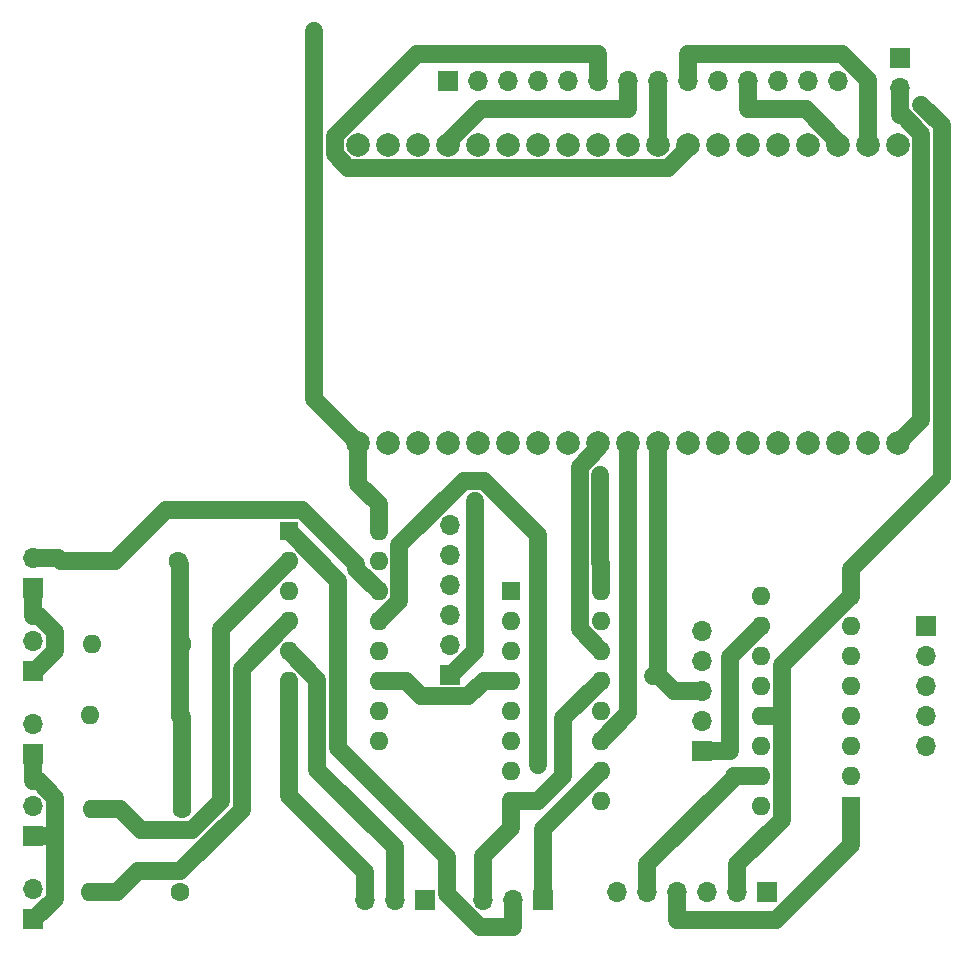
<source format=gbr>
%TF.GenerationSoftware,KiCad,Pcbnew,8.0.3*%
%TF.CreationDate,2025-01-28T15:41:37+01:00*%
%TF.ProjectId,Esp32-card,45737033-322d-4636-9172-642e6b696361,rev?*%
%TF.SameCoordinates,Original*%
%TF.FileFunction,Copper,L2,Bot*%
%TF.FilePolarity,Positive*%
%FSLAX46Y46*%
G04 Gerber Fmt 4.6, Leading zero omitted, Abs format (unit mm)*
G04 Created by KiCad (PCBNEW 8.0.3) date 2025-01-28 15:41:37*
%MOMM*%
%LPD*%
G01*
G04 APERTURE LIST*
%TA.AperFunction,ComponentPad*%
%ADD10R,1.600000X1.600000*%
%TD*%
%TA.AperFunction,ComponentPad*%
%ADD11O,1.600000X1.600000*%
%TD*%
%TA.AperFunction,ComponentPad*%
%ADD12C,1.600000*%
%TD*%
%TA.AperFunction,ComponentPad*%
%ADD13R,1.700000X1.700000*%
%TD*%
%TA.AperFunction,ComponentPad*%
%ADD14O,1.700000X1.700000*%
%TD*%
%TA.AperFunction,ComponentPad*%
%ADD15C,2.000000*%
%TD*%
%TA.AperFunction,ViaPad*%
%ADD16C,1.200000*%
%TD*%
%TA.AperFunction,Conductor*%
%ADD17C,1.500000*%
%TD*%
G04 APERTURE END LIST*
D10*
%TO.P,U4,1,A4*%
%TO.N,Capteur_Hall_1*%
X150000000Y-85460000D03*
D11*
%TO.P,U4,2,A6*%
%TO.N,Capteur_Autre_1*%
X150000000Y-88000000D03*
%TO.P,U4,3,A*%
%TO.N,Analog_Pin1*%
X150000000Y-90540000D03*
%TO.P,U4,4,A7*%
%TO.N,Capteur_Autre_2*%
X150000000Y-93080000D03*
%TO.P,U4,5,A5*%
%TO.N,Capteur_Hall_2*%
X150000000Y-95620000D03*
%TO.P,U4,6,~{E}*%
%TO.N,GND*%
X150000000Y-98160000D03*
%TO.P,U4,7,VEE*%
X150000000Y-100700000D03*
%TO.P,U4,8,GND*%
X150000000Y-103240000D03*
%TO.P,U4,9,S2*%
%TO.N,Net-(U1-QG)*%
X157620000Y-103240000D03*
%TO.P,U4,10,S1*%
%TO.N,Net-(U1-QF)*%
X157620000Y-100700000D03*
%TO.P,U4,11,S0*%
%TO.N,Net-(U1-QE)*%
X157620000Y-98160000D03*
%TO.P,U4,12,A3*%
%TO.N,Capteur_Force_3*%
X157620000Y-95620000D03*
%TO.P,U4,13,A0*%
%TO.N,Net-(J14-Pin_6)*%
X157620000Y-93080000D03*
%TO.P,U4,14,A1*%
%TO.N,Capteur_Force_1*%
X157620000Y-90540000D03*
%TO.P,U4,15,A2*%
%TO.N,Capteur_Force_2*%
X157620000Y-88000000D03*
%TO.P,U4,16,VCC*%
%TO.N,3v3*%
X157620000Y-85460000D03*
%TD*%
%TO.P,U2,16,VCC*%
%TO.N,3v3*%
X190000000Y-108700000D03*
%TO.P,U2,15,QA*%
%TO.N,Net-(J14-Pin_5)*%
X190000000Y-106160000D03*
%TO.P,U2,14,SER*%
%TO.N,Net-(U1-QH')*%
X190000000Y-103620000D03*
%TO.P,U2,13,~{OE}*%
%TO.N,GND*%
X190000000Y-101080000D03*
%TO.P,U2,12,RCLK*%
%TO.N,Trig*%
X190000000Y-98540000D03*
%TO.P,U2,11,SRCLK*%
%TO.N,Clock*%
X190000000Y-96000000D03*
%TO.P,U2,10,~{SRCLR}*%
%TO.N,3v3*%
X190000000Y-93460000D03*
%TO.P,U2,9,QH'*%
%TO.N,Net-(J12-Pin_5)*%
X190000000Y-90920000D03*
%TO.P,U2,8,GND*%
%TO.N,GND*%
X197620000Y-90920000D03*
%TO.P,U2,7,QH*%
%TO.N,Net-(J9-Pin_1)*%
X197620000Y-93460000D03*
%TO.P,U2,6,QG*%
%TO.N,Net-(J9-Pin_2)*%
X197620000Y-96000000D03*
%TO.P,U2,5,QF*%
%TO.N,Net-(J9-Pin_3)*%
X197620000Y-98540000D03*
%TO.P,U2,4,QE*%
%TO.N,Net-(J9-Pin_4)*%
X197620000Y-101080000D03*
%TO.P,U2,3,QD*%
%TO.N,Net-(J9-Pin_5)*%
X197620000Y-103620000D03*
%TO.P,U2,2,QC*%
%TO.N,Net-(J14-Pin_3)*%
X197620000Y-106160000D03*
D10*
%TO.P,U2,1,QB*%
%TO.N,Net-(J14-Pin_4)*%
X197620000Y-108700000D03*
%TD*%
%TO.P,U1,1,QB*%
%TO.N,M1_Pin_Dir2*%
X168820000Y-90460000D03*
D11*
%TO.P,U1,2,QC*%
%TO.N,M2_Pin_Dir1*%
X168820000Y-93000000D03*
%TO.P,U1,3,QD*%
%TO.N,M2_Pin_Dir2*%
X168820000Y-95540000D03*
%TO.P,U1,4,QE*%
%TO.N,Net-(U1-QE)*%
X168820000Y-98080000D03*
%TO.P,U1,5,QF*%
%TO.N,Net-(U1-QF)*%
X168820000Y-100620000D03*
%TO.P,U1,6,QG*%
%TO.N,Net-(U1-QG)*%
X168820000Y-103160000D03*
%TO.P,U1,7,QH*%
%TO.N,unconnected-(U1-QH-Pad7)*%
X168820000Y-105700000D03*
%TO.P,U1,8,GND*%
%TO.N,GND*%
X168820000Y-108240000D03*
%TO.P,U1,9,QH'*%
%TO.N,Net-(U1-QH')*%
X176440000Y-108240000D03*
%TO.P,U1,10,~{SRCLR}*%
%TO.N,3v3*%
X176440000Y-105700000D03*
%TO.P,U1,11,SRCLK*%
%TO.N,Clock*%
X176440000Y-103160000D03*
%TO.P,U1,12,RCLK*%
%TO.N,Trig*%
X176440000Y-100620000D03*
%TO.P,U1,13,~{OE}*%
%TO.N,GND*%
X176440000Y-98080000D03*
%TO.P,U1,14,SER*%
%TO.N,Data*%
X176440000Y-95540000D03*
%TO.P,U1,15,QA*%
%TO.N,M1_Pin_Dir1*%
X176440000Y-93000000D03*
%TO.P,U1,16,VCC*%
%TO.N,3v3*%
X176440000Y-90460000D03*
%TD*%
%TO.P,R5,2*%
%TO.N,Capteur_Autre_2*%
X133190000Y-116000000D03*
D12*
%TO.P,R5,1*%
%TO.N,GND*%
X140810000Y-116000000D03*
%TD*%
%TO.P,R4,1*%
%TO.N,GND*%
X141000000Y-109000000D03*
D11*
%TO.P,R4,2*%
%TO.N,Capteur_Autre_1*%
X133380000Y-109000000D03*
%TD*%
D12*
%TO.P,R3,1*%
%TO.N,GND*%
X140810000Y-101000000D03*
D11*
%TO.P,R3,2*%
%TO.N,Capteur_Force_3*%
X133190000Y-101000000D03*
%TD*%
D12*
%TO.P,R2,1*%
%TO.N,GND*%
X141000000Y-95000000D03*
D11*
%TO.P,R2,2*%
%TO.N,Capteur_Force_2*%
X133380000Y-95000000D03*
%TD*%
D12*
%TO.P,R1,1*%
%TO.N,GND*%
X140620000Y-88000000D03*
D11*
%TO.P,R1,2*%
%TO.N,Capteur_Force_1*%
X133000000Y-88000000D03*
%TD*%
D13*
%TO.P,J14,1,Pin_1*%
%TO.N,3v3*%
X190540000Y-116000000D03*
D14*
%TO.P,J14,2,Pin_2*%
%TO.N,GND*%
X188000000Y-116000000D03*
%TO.P,J14,3,Pin_3*%
%TO.N,Net-(J14-Pin_3)*%
X185460000Y-116000000D03*
%TO.P,J14,4,Pin_4*%
%TO.N,Net-(J14-Pin_4)*%
X182920000Y-116000000D03*
%TO.P,J14,5,Pin_5*%
%TO.N,Net-(J14-Pin_5)*%
X180380000Y-116000000D03*
%TO.P,J14,6,Pin_6*%
%TO.N,Net-(J14-Pin_6)*%
X177840000Y-116000000D03*
%TD*%
D13*
%TO.P,J13,1,Pin_1*%
%TO.N,5v*%
X128375000Y-118275000D03*
D14*
%TO.P,J13,2,Pin_2*%
%TO.N,Capteur_Autre_2*%
X128375000Y-115735000D03*
%TD*%
D13*
%TO.P,J12,1,Pin_1*%
%TO.N,3v3*%
X185000000Y-104075000D03*
D14*
%TO.P,J12,2,Pin_2*%
%TO.N,GND*%
X185000000Y-101535000D03*
%TO.P,J12,3,Pin_3*%
%TO.N,Trig*%
X185000000Y-98995000D03*
%TO.P,J12,4,Pin_4*%
%TO.N,Clock*%
X185000000Y-96455000D03*
%TO.P,J12,5,Pin_5*%
%TO.N,Net-(J12-Pin_5)*%
X185000000Y-93915000D03*
%TD*%
D13*
%TO.P,J11,1,Pin_1*%
%TO.N,5v*%
X128375000Y-111275000D03*
D14*
%TO.P,J11,2,Pin_2*%
%TO.N,Capteur_Autre_1*%
X128375000Y-108735000D03*
%TD*%
D13*
%TO.P,J10,1,Pin_1*%
%TO.N,5v*%
X128375000Y-104275000D03*
D14*
%TO.P,J10,2,Pin_2*%
%TO.N,Capteur_Force_3*%
X128375000Y-101735000D03*
%TD*%
D13*
%TO.P,J9,1,Pin_1*%
%TO.N,Net-(J9-Pin_1)*%
X204000000Y-93460000D03*
D14*
%TO.P,J9,2,Pin_2*%
%TO.N,Net-(J9-Pin_2)*%
X204000000Y-96000000D03*
%TO.P,J9,3,Pin_3*%
%TO.N,Net-(J9-Pin_3)*%
X204000000Y-98540000D03*
%TO.P,J9,4,Pin_4*%
%TO.N,Net-(J9-Pin_4)*%
X204000000Y-101080000D03*
%TO.P,J9,5,Pin_5*%
%TO.N,Net-(J9-Pin_5)*%
X204000000Y-103620000D03*
%TD*%
D13*
%TO.P,J8,1,Pin_1*%
%TO.N,M2_Pin_EN*%
X163620000Y-97620000D03*
D14*
%TO.P,J8,2,Pin_2*%
%TO.N,M2_Pin_Dir2*%
X163620000Y-95080000D03*
%TO.P,J8,3,Pin_3*%
%TO.N,M2_Pin_Dir1*%
X163620000Y-92540000D03*
%TO.P,J8,4,Pin_4*%
%TO.N,M1_Pin_Dir2*%
X163620000Y-90000000D03*
%TO.P,J8,5,Pin_5*%
%TO.N,M1_Pin_Dir1*%
X163620000Y-87460000D03*
%TO.P,J8,6,Pin_6*%
%TO.N,M1_Pin_EN*%
X163620000Y-84920000D03*
%TD*%
D13*
%TO.P,J6,1,Pin_1*%
%TO.N,GND*%
X201760000Y-45350000D03*
D14*
%TO.P,J6,2,Pin_2*%
%TO.N,5v*%
X201760000Y-47890000D03*
%TD*%
D13*
%TO.P,J5,1,Pin_1*%
%TO.N,3v3*%
X161525000Y-116625000D03*
D14*
%TO.P,J5,2,Pin_2*%
%TO.N,Capteur_Hall_2*%
X158985000Y-116625000D03*
%TO.P,J5,3,Pin_3*%
%TO.N,GND*%
X156445000Y-116625000D03*
%TD*%
D13*
%TO.P,J4,1,Pin_1*%
%TO.N,3v3*%
X171525000Y-116625000D03*
D14*
%TO.P,J4,2,Pin_2*%
%TO.N,Capteur_Hall_1*%
X168985000Y-116625000D03*
%TO.P,J4,3,Pin_3*%
%TO.N,GND*%
X166445000Y-116625000D03*
%TD*%
D13*
%TO.P,J3,1,Pin_1*%
%TO.N,5v*%
X128375000Y-97275000D03*
D14*
%TO.P,J3,2,Pin_2*%
%TO.N,Capteur_Force_2*%
X128375000Y-94735000D03*
%TD*%
D13*
%TO.P,J2,1,Pin_1*%
%TO.N,5v*%
X128375000Y-90275000D03*
D14*
%TO.P,J2,2,Pin_2*%
%TO.N,Capteur_Force_1*%
X128375000Y-87735000D03*
%TD*%
D13*
%TO.P,J1,1,Pin_1*%
%TO.N,unconnected-(J1-Pin_1-Pad1)*%
X163520000Y-47350000D03*
D14*
%TO.P,J1,2,Pin_2*%
%TO.N,unconnected-(J1-Pin_2-Pad2)*%
X166060000Y-47350000D03*
%TO.P,J1,3,Pin_3*%
%TO.N,unconnected-(J1-Pin_3-Pad3)*%
X168600000Y-47350000D03*
%TO.P,J1,4,Pin_4*%
%TO.N,unconnected-(J1-Pin_4-Pad4)*%
X171140000Y-47350000D03*
%TO.P,J1,5,Pin_5*%
%TO.N,unconnected-(J1-Pin_5-Pad5)*%
X173680000Y-47350000D03*
%TO.P,J1,6,Pin_6*%
%TO.N,Net-(ESP32_WROOM_KIT1-GPIO19)*%
X176220000Y-47350000D03*
%TO.P,J1,7,Pin_7*%
%TO.N,Net-(ESP32_WROOM_KIT1-GPIO15)*%
X178760000Y-47350000D03*
%TO.P,J1,8,Pin_8*%
%TO.N,Net-(ESP32_WROOM_KIT1-GPIO18)*%
X181300000Y-47350000D03*
%TO.P,J1,9,Pin_9*%
%TO.N,Net-(ESP32_WROOM_KIT1-GPIO23)*%
X183840000Y-47350000D03*
%TO.P,J1,10,Pin_10*%
%TO.N,Net-(ESP32_WROOM_KIT1-GPIO4)*%
X186380000Y-47350000D03*
%TO.P,J1,11,Pin_11*%
%TO.N,Net-(ESP32_WROOM_KIT1-GPIO22)*%
X188920000Y-47350000D03*
%TO.P,J1,12,Pin_12*%
%TO.N,Net-(ESP32_WROOM_KIT1-GPIO5)*%
X191460000Y-47350000D03*
%TO.P,J1,13,Pin_13*%
%TO.N,GND*%
X194000000Y-47350000D03*
%TO.P,J1,14,Pin_14*%
%TO.N,3v3*%
X196540000Y-47350000D03*
%TD*%
D15*
%TO.P,ESP32_WROOM_KIT1,1,3v3*%
%TO.N,3v3*%
X155900000Y-78000000D03*
%TO.P,ESP32_WROOM_KIT1,2,EN*%
%TO.N,unconnected-(ESP32_WROOM_KIT1-EN-Pad2)*%
X158440000Y-78000000D03*
%TO.P,ESP32_WROOM_KIT1,3,GPIO36*%
%TO.N,unconnected-(ESP32_WROOM_KIT1-GPIO36-Pad3)*%
X160980000Y-78000000D03*
%TO.P,ESP32_WROOM_KIT1,4,GPIO39*%
%TO.N,unconnected-(ESP32_WROOM_KIT1-GPIO39-Pad4)*%
X163520000Y-78000000D03*
%TO.P,ESP32_WROOM_KIT1,5,GPIO34*%
%TO.N,unconnected-(ESP32_WROOM_KIT1-GPIO34-Pad5)*%
X166060000Y-78000000D03*
%TO.P,ESP32_WROOM_KIT1,6,GPIO35*%
%TO.N,unconnected-(ESP32_WROOM_KIT1-GPIO35-Pad6)*%
X168600000Y-78000000D03*
%TO.P,ESP32_WROOM_KIT1,7,GPIO32*%
%TO.N,unconnected-(ESP32_WROOM_KIT1-GPIO32-Pad7)*%
X171140000Y-78000000D03*
%TO.P,ESP32_WROOM_KIT1,8,GPIO33*%
%TO.N,Analog_Pin1*%
X173680000Y-78000000D03*
%TO.P,ESP32_WROOM_KIT1,9,GPIO25*%
%TO.N,Data*%
X176220000Y-78000000D03*
%TO.P,ESP32_WROOM_KIT1,10,GPIO26*%
%TO.N,Clock*%
X178760000Y-78000000D03*
%TO.P,ESP32_WROOM_KIT1,11,GPIO27*%
%TO.N,Trig*%
X181300000Y-78000000D03*
%TO.P,ESP32_WROOM_KIT1,12,GPIO14*%
%TO.N,M2_Pin_EN*%
X183840000Y-78000000D03*
%TO.P,ESP32_WROOM_KIT1,13,GPIO12*%
%TO.N,M1_Pin_EN*%
X186380000Y-78000000D03*
%TO.P,ESP32_WROOM_KIT1,14,GND*%
%TO.N,unconnected-(ESP32_WROOM_KIT1-GND-Pad14)*%
X188920000Y-78000000D03*
%TO.P,ESP32_WROOM_KIT1,15,GPIO13*%
%TO.N,unconnected-(ESP32_WROOM_KIT1-GPIO13-Pad15)*%
X191460000Y-78000000D03*
%TO.P,ESP32_WROOM_KIT1,16,GPIO9*%
%TO.N,unconnected-(ESP32_WROOM_KIT1-GPIO9-Pad16)*%
X194000000Y-78000000D03*
%TO.P,ESP32_WROOM_KIT1,17,GPIO10*%
%TO.N,unconnected-(ESP32_WROOM_KIT1-GPIO10-Pad17)*%
X196540000Y-78000000D03*
%TO.P,ESP32_WROOM_KIT1,18,GPIO11*%
%TO.N,unconnected-(ESP32_WROOM_KIT1-GPIO11-Pad18)*%
X199080000Y-78000000D03*
%TO.P,ESP32_WROOM_KIT1,19,5V*%
%TO.N,5v*%
X201620000Y-78000000D03*
%TO.P,ESP32_WROOM_KIT1,20,GND*%
%TO.N,GND*%
X201620000Y-52700000D03*
%TO.P,ESP32_WROOM_KIT1,21,GPIO23*%
%TO.N,Net-(ESP32_WROOM_KIT1-GPIO23)*%
X199080000Y-52700000D03*
%TO.P,ESP32_WROOM_KIT1,22,GPIO22*%
%TO.N,Net-(ESP32_WROOM_KIT1-GPIO22)*%
X196540000Y-52700000D03*
%TO.P,ESP32_WROOM_KIT1,23,GPIO1*%
%TO.N,unconnected-(ESP32_WROOM_KIT1-GPIO1-Pad23)*%
X194000000Y-52700000D03*
%TO.P,ESP32_WROOM_KIT1,24,GPIO3*%
%TO.N,unconnected-(ESP32_WROOM_KIT1-GPIO3-Pad24)*%
X191460000Y-52700000D03*
%TO.P,ESP32_WROOM_KIT1,25,GPIO21*%
%TO.N,unconnected-(ESP32_WROOM_KIT1-GPIO21-Pad25)*%
X188920000Y-52700000D03*
%TO.P,ESP32_WROOM_KIT1,26,GND*%
%TO.N,unconnected-(ESP32_WROOM_KIT1-GND-Pad26)*%
X186380000Y-52700000D03*
%TO.P,ESP32_WROOM_KIT1,27,GPIO19*%
%TO.N,Net-(ESP32_WROOM_KIT1-GPIO19)*%
X183840000Y-52700000D03*
%TO.P,ESP32_WROOM_KIT1,28,GPIO18*%
%TO.N,Net-(ESP32_WROOM_KIT1-GPIO18)*%
X181300000Y-52700000D03*
%TO.P,ESP32_WROOM_KIT1,29,GPIO5*%
%TO.N,Net-(ESP32_WROOM_KIT1-GPIO5)*%
X178760000Y-52700000D03*
%TO.P,ESP32_WROOM_KIT1,30,GPIO17*%
%TO.N,unconnected-(ESP32_WROOM_KIT1-GPIO17-Pad30)*%
X176220000Y-52700000D03*
%TO.P,ESP32_WROOM_KIT1,31,GPIO16*%
%TO.N,unconnected-(ESP32_WROOM_KIT1-GPIO16-Pad31)*%
X173680000Y-52700000D03*
%TO.P,ESP32_WROOM_KIT1,32,GPIO4*%
%TO.N,Net-(ESP32_WROOM_KIT1-GPIO4)*%
X171140000Y-52700000D03*
%TO.P,ESP32_WROOM_KIT1,33,GPIO0*%
%TO.N,unconnected-(ESP32_WROOM_KIT1-GPIO0-Pad33)*%
X168600000Y-52700000D03*
%TO.P,ESP32_WROOM_KIT1,34,GPIO2*%
%TO.N,unconnected-(ESP32_WROOM_KIT1-GPIO2-Pad34)*%
X166060000Y-52700000D03*
%TO.P,ESP32_WROOM_KIT1,35,GPIO15*%
%TO.N,Net-(ESP32_WROOM_KIT1-GPIO15)*%
X163520000Y-52700000D03*
%TO.P,ESP32_WROOM_KIT1,36,GPIO8*%
%TO.N,unconnected-(ESP32_WROOM_KIT1-GPIO8-Pad36)*%
X160980000Y-52700000D03*
%TO.P,ESP32_WROOM_KIT1,37,GPIO7*%
%TO.N,unconnected-(ESP32_WROOM_KIT1-GPIO7-Pad37)*%
X158440000Y-52700000D03*
%TO.P,ESP32_WROOM_KIT1,38,GPIO6*%
%TO.N,unconnected-(ESP32_WROOM_KIT1-GPIO6-Pad38)*%
X155900000Y-52700000D03*
%TD*%
D16*
%TO.N,Net-(J14-Pin_6)*%
X171136700Y-105259300D03*
%TO.N,M2_Pin_EN*%
X165810200Y-82915000D03*
%TO.N,GND*%
X203570200Y-49350400D03*
%TO.N,3v3*%
X176380500Y-80661000D03*
X152185500Y-43130000D03*
%TO.N,Trig*%
X180855900Y-97724200D03*
%TD*%
D17*
%TO.N,Net-(ESP32_WROOM_KIT1-GPIO15)*%
X163520000Y-52462600D02*
X163520000Y-52700000D01*
X166282600Y-49700000D02*
X163520000Y-52462600D01*
X178760000Y-49700000D02*
X166282600Y-49700000D01*
X178760000Y-47350000D02*
X178760000Y-49700000D01*
%TO.N,Net-(ESP32_WROOM_KIT1-GPIO23)*%
X196813200Y-45000000D02*
X183840000Y-45000000D01*
X199080000Y-47266800D02*
X196813200Y-45000000D01*
X199080000Y-52700000D02*
X199080000Y-47266800D01*
X183840000Y-47350000D02*
X183840000Y-45000000D01*
%TO.N,Net-(ESP32_WROOM_KIT1-GPIO19)*%
X160839800Y-45000000D02*
X176220000Y-45000000D01*
X153887200Y-51952600D02*
X160839800Y-45000000D01*
X153887200Y-53529100D02*
X153887200Y-51952600D01*
X155059900Y-54701800D02*
X153887200Y-53529100D01*
X182095200Y-54701800D02*
X155059900Y-54701800D01*
X183840000Y-52957000D02*
X182095200Y-54701800D01*
X183840000Y-52700000D02*
X183840000Y-52957000D01*
X176220000Y-47350000D02*
X176220000Y-45000000D01*
%TO.N,Net-(ESP32_WROOM_KIT1-GPIO18)*%
X181300000Y-47350000D02*
X181300000Y-52700000D01*
%TO.N,Net-(ESP32_WROOM_KIT1-GPIO22)*%
X193783800Y-49700000D02*
X188920000Y-49700000D01*
X196540000Y-52456200D02*
X193783800Y-49700000D01*
X196540000Y-52700000D02*
X196540000Y-52456200D01*
X188920000Y-47350000D02*
X188920000Y-49700000D01*
%TO.N,Net-(U1-QE)*%
X161181700Y-99421700D02*
X159920000Y-98160000D01*
X165178300Y-99421700D02*
X161181700Y-99421700D01*
X166520000Y-98080000D02*
X165178300Y-99421700D01*
X168820000Y-98080000D02*
X166520000Y-98080000D01*
X157620000Y-98160000D02*
X159920000Y-98160000D01*
%TO.N,Net-(J14-Pin_5)*%
X187700000Y-106330000D02*
X187700000Y-106160000D01*
X180380000Y-113650000D02*
X187700000Y-106330000D01*
X180380000Y-116000000D02*
X180380000Y-113650000D01*
X190000000Y-106160000D02*
X187700000Y-106160000D01*
%TO.N,Net-(J14-Pin_4)*%
X197620000Y-112034200D02*
X197620000Y-108700000D01*
X191304200Y-118350000D02*
X197620000Y-112034200D01*
X182920000Y-118350000D02*
X191304200Y-118350000D01*
X182920000Y-116000000D02*
X182920000Y-118350000D01*
%TO.N,Net-(J14-Pin_6)*%
X171136700Y-85790400D02*
X171136700Y-105259300D01*
X166512100Y-81165800D02*
X171136700Y-85790400D01*
X164821200Y-81165800D02*
X166512100Y-81165800D01*
X159372900Y-86614100D02*
X164821200Y-81165800D01*
X159372900Y-91327100D02*
X159372900Y-86614100D01*
X157620000Y-93080000D02*
X159372900Y-91327100D01*
%TO.N,Capteur_Autre_2*%
X146008800Y-97071200D02*
X150000000Y-93080000D01*
X146008800Y-109043500D02*
X146008800Y-97071200D01*
X140822800Y-114229500D02*
X146008800Y-109043500D01*
X137260500Y-114229500D02*
X140822800Y-114229500D01*
X135490000Y-116000000D02*
X137260500Y-114229500D01*
X133190000Y-116000000D02*
X135490000Y-116000000D01*
%TO.N,Capteur_Autre_1*%
X133380000Y-109000000D02*
X135680000Y-109000000D01*
X137457500Y-110777500D02*
X135680000Y-109000000D01*
X141799200Y-110777500D02*
X137457500Y-110777500D01*
X144307100Y-108269600D02*
X141799200Y-110777500D01*
X144307100Y-93692900D02*
X144307100Y-108269600D01*
X150000000Y-88000000D02*
X144307100Y-93692900D01*
%TO.N,Capteur_Hall_2*%
X152405900Y-98025900D02*
X150000000Y-95620000D01*
X152405900Y-105621400D02*
X152405900Y-98025900D01*
X158985000Y-112200500D02*
X152405900Y-105621400D01*
X158985000Y-116625000D02*
X158985000Y-112200500D01*
%TO.N,Capteur_Hall_1*%
X168985000Y-116625000D02*
X168985000Y-118975000D01*
X166225900Y-118975000D02*
X168985000Y-118975000D01*
X163383800Y-116132900D02*
X166225900Y-118975000D01*
X163383800Y-112990700D02*
X163383800Y-116132900D01*
X154199800Y-103806700D02*
X163383800Y-112990700D01*
X154199800Y-89659800D02*
X154199800Y-103806700D01*
X150000000Y-85460000D02*
X154199800Y-89659800D01*
%TO.N,Capteur_Force_1*%
X130435000Y-87735000D02*
X130700000Y-88000000D01*
X128375000Y-87735000D02*
X130435000Y-87735000D01*
X133000000Y-88000000D02*
X130700000Y-88000000D01*
X155681100Y-88601100D02*
X157620000Y-90540000D01*
X155681100Y-88194300D02*
X155681100Y-88601100D01*
X151165200Y-83678400D02*
X155681100Y-88194300D01*
X139621600Y-83678400D02*
X151165200Y-83678400D01*
X135300000Y-88000000D02*
X139621600Y-83678400D01*
X133000000Y-88000000D02*
X135300000Y-88000000D01*
%TO.N,5v*%
X201760000Y-47890000D02*
X201760000Y-50240000D01*
X203578000Y-76042000D02*
X201620000Y-78000000D01*
X203578000Y-51791900D02*
X203578000Y-76042000D01*
X202026100Y-50240000D02*
X203578000Y-51791900D01*
X201760000Y-50240000D02*
X202026100Y-50240000D01*
X128483300Y-97275000D02*
X128375000Y-97275000D01*
X130199800Y-95558500D02*
X128483300Y-97275000D01*
X130199800Y-93993500D02*
X130199800Y-95558500D01*
X128831300Y-92625000D02*
X130199800Y-93993500D01*
X128375000Y-92625000D02*
X128831300Y-92625000D01*
X128375000Y-90275000D02*
X128375000Y-92625000D01*
X128375000Y-104275000D02*
X128375000Y-106625000D01*
X130199900Y-111275000D02*
X128375000Y-111275000D01*
X130199900Y-107993600D02*
X130199900Y-111275000D01*
X128831300Y-106625000D02*
X130199900Y-107993600D01*
X128375000Y-106625000D02*
X128831300Y-106625000D01*
X128480800Y-118275000D02*
X128375000Y-118275000D01*
X130199900Y-116555900D02*
X128480800Y-118275000D01*
X130199900Y-111275000D02*
X130199900Y-116555900D01*
%TO.N,M2_Pin_EN*%
X165810200Y-95567000D02*
X165810200Y-82915000D01*
X163757200Y-97620000D02*
X165810200Y-95567000D01*
X163620000Y-97620000D02*
X163757200Y-97620000D01*
%TO.N,GND*%
X166445000Y-112915000D02*
X168820000Y-110540000D01*
X166445000Y-116625000D02*
X166445000Y-112915000D01*
X168820000Y-108240000D02*
X168820000Y-110540000D01*
X188000000Y-116000000D02*
X188000000Y-113650000D01*
X141000000Y-95000000D02*
X140810000Y-95000000D01*
X140810000Y-88190000D02*
X140810000Y-95000000D01*
X140620000Y-88000000D02*
X140810000Y-88190000D01*
X140810000Y-95000000D02*
X140810000Y-101000000D01*
X141000000Y-101190000D02*
X141000000Y-109000000D01*
X140810000Y-101000000D02*
X141000000Y-101190000D01*
X156445000Y-116625000D02*
X156445000Y-114275000D01*
X191763800Y-109886200D02*
X191763800Y-101080000D01*
X188000000Y-113650000D02*
X191763800Y-109886200D01*
X191763800Y-101080000D02*
X190000000Y-101080000D01*
X173232600Y-101287400D02*
X176440000Y-98080000D01*
X173232600Y-106127400D02*
X173232600Y-101287400D01*
X171120000Y-108240000D02*
X173232600Y-106127400D01*
X168820000Y-108240000D02*
X171120000Y-108240000D01*
X150000000Y-107830000D02*
X150000000Y-103240000D01*
X156445000Y-114275000D02*
X150000000Y-107830000D01*
X150000000Y-103240000D02*
X150000000Y-100700000D01*
X150000000Y-100700000D02*
X150000000Y-98160000D01*
X191763800Y-96776200D02*
X197620000Y-90920000D01*
X191763800Y-101080000D02*
X191763800Y-96776200D01*
X205288600Y-51068800D02*
X203570200Y-49350400D01*
X205288600Y-80951400D02*
X205288600Y-51068800D01*
X197620000Y-88620000D02*
X205288600Y-80951400D01*
X197620000Y-90920000D02*
X197620000Y-88620000D01*
%TO.N,3v3*%
X157620000Y-85460000D02*
X157620000Y-83160000D01*
X171525000Y-110615000D02*
X176440000Y-105700000D01*
X171525000Y-116625000D02*
X171525000Y-110615000D01*
X187350000Y-96110000D02*
X187350000Y-104075000D01*
X190000000Y-93460000D02*
X187350000Y-96110000D01*
X185000000Y-104075000D02*
X187350000Y-104075000D01*
X176380500Y-88100500D02*
X176380500Y-80661000D01*
X176440000Y-88160000D02*
X176380500Y-88100500D01*
X176440000Y-90460000D02*
X176440000Y-88160000D01*
X155900000Y-81440000D02*
X155900000Y-78000000D01*
X157620000Y-83160000D02*
X155900000Y-81440000D01*
X152185500Y-74285500D02*
X152185500Y-43130000D01*
X155900000Y-78000000D02*
X152185500Y-74285500D01*
%TO.N,Clock*%
X178760000Y-100840000D02*
X176440000Y-103160000D01*
X178760000Y-78000000D02*
X178760000Y-100840000D01*
%TO.N,Trig*%
X185000000Y-98995000D02*
X182650000Y-98995000D01*
X180935100Y-97645000D02*
X180855900Y-97724200D01*
X181300000Y-97645000D02*
X180935100Y-97645000D01*
X181300000Y-78000000D02*
X181300000Y-97645000D01*
X181300000Y-97645000D02*
X182650000Y-98995000D01*
%TO.N,Data*%
X174648100Y-93748100D02*
X176440000Y-95540000D01*
X174648100Y-79986800D02*
X174648100Y-93748100D01*
X176220000Y-78414900D02*
X174648100Y-79986800D01*
X176220000Y-78000000D02*
X176220000Y-78414900D01*
%TD*%
M02*

</source>
